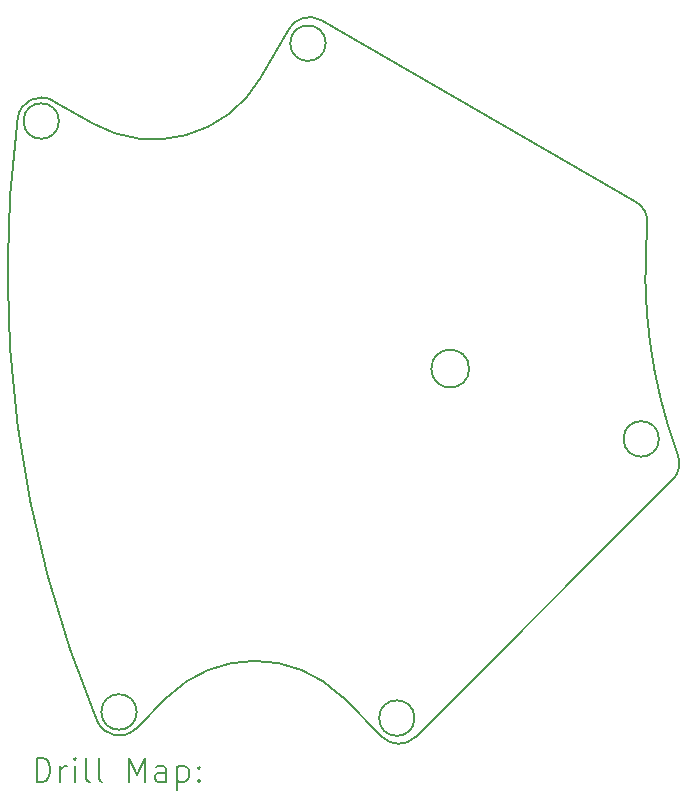
<source format=gbr>
%FSLAX45Y45*%
G04 Gerber Fmt 4.5, Leading zero omitted, Abs format (unit mm)*
G04 Created by KiCad (PCBNEW (6.0.5)) date 2023-02-27 23:38:15*
%MOMM*%
%LPD*%
G01*
G04 APERTURE LIST*
%TA.AperFunction,Profile*%
%ADD10C,0.200000*%
%TD*%
%ADD11C,0.200000*%
G04 APERTURE END LIST*
D10*
X11409673Y-7390691D02*
G75*
G03*
X11111438Y-7537492I-100003J-173179D01*
G01*
X16343988Y-8247616D02*
X13680868Y-6710072D01*
X11459692Y-7563863D02*
G75*
G03*
X11459692Y-7563863I-150000J0D01*
G01*
X13407668Y-6783272D02*
X13170154Y-7194657D01*
X11735865Y-7579005D02*
X11409671Y-7390694D01*
X14470622Y-12618822D02*
G75*
G03*
X14470622Y-12618822I-150000J0D01*
G01*
X14932918Y-9659822D02*
G75*
G03*
X14932918Y-9659822I-160000J0D01*
G01*
X12118357Y-12566924D02*
G75*
G03*
X12118357Y-12566924I-150000J0D01*
G01*
X13680870Y-6710069D02*
G75*
G03*
X13407668Y-6783272I-100000J-173201D01*
G01*
X13861001Y-12442045D02*
G75*
G03*
X12376078Y-12442045I-742461J-742465D01*
G01*
X11783717Y-12643694D02*
G75*
G03*
X12109778Y-12708345I184653J76724D01*
G01*
X11111435Y-7537492D02*
G75*
G03*
X11783684Y-12643708I9813535J-1305378D01*
G01*
X16443217Y-8438784D02*
G75*
G03*
X16343988Y-8247616I-199247J17914D01*
G01*
X11735865Y-7579005D02*
G75*
G03*
X13170154Y-7194657I524963J909348D01*
G01*
X14479721Y-12777920D02*
X16654135Y-10603487D01*
X12109778Y-12708345D02*
X12376078Y-12442045D01*
X14196878Y-12777919D02*
G75*
G03*
X14479721Y-12777920I141422J141420D01*
G01*
X13718373Y-6904923D02*
G75*
G03*
X13718373Y-6904923I-150000J0D01*
G01*
X13861002Y-12442044D02*
X14196878Y-12777919D01*
X16539795Y-10255112D02*
G75*
G03*
X16539795Y-10255112I-150000J0D01*
G01*
X16654133Y-10603485D02*
G75*
G03*
X16700480Y-10393173I-141363J141415D01*
G01*
X16443177Y-8438781D02*
G75*
G03*
X16700480Y-10393173I4481793J-404089D01*
G01*
D11*
X11272615Y-13156975D02*
X11272615Y-12956975D01*
X11320234Y-12956975D01*
X11348806Y-12966499D01*
X11367853Y-12985546D01*
X11377377Y-13004594D01*
X11386901Y-13042689D01*
X11386901Y-13071261D01*
X11377377Y-13109356D01*
X11367853Y-13128403D01*
X11348806Y-13147451D01*
X11320234Y-13156975D01*
X11272615Y-13156975D01*
X11472615Y-13156975D02*
X11472615Y-13023642D01*
X11472615Y-13061737D02*
X11482139Y-13042689D01*
X11491663Y-13033165D01*
X11510710Y-13023642D01*
X11529758Y-13023642D01*
X11596425Y-13156975D02*
X11596425Y-13023642D01*
X11596425Y-12956975D02*
X11586901Y-12966499D01*
X11596425Y-12976023D01*
X11605949Y-12966499D01*
X11596425Y-12956975D01*
X11596425Y-12976023D01*
X11720234Y-13156975D02*
X11701187Y-13147451D01*
X11691663Y-13128403D01*
X11691663Y-12956975D01*
X11824996Y-13156975D02*
X11805949Y-13147451D01*
X11796425Y-13128403D01*
X11796425Y-12956975D01*
X12053568Y-13156975D02*
X12053568Y-12956975D01*
X12120234Y-13099832D01*
X12186901Y-12956975D01*
X12186901Y-13156975D01*
X12367853Y-13156975D02*
X12367853Y-13052213D01*
X12358330Y-13033165D01*
X12339282Y-13023642D01*
X12301187Y-13023642D01*
X12282139Y-13033165D01*
X12367853Y-13147451D02*
X12348806Y-13156975D01*
X12301187Y-13156975D01*
X12282139Y-13147451D01*
X12272615Y-13128403D01*
X12272615Y-13109356D01*
X12282139Y-13090308D01*
X12301187Y-13080784D01*
X12348806Y-13080784D01*
X12367853Y-13071261D01*
X12463091Y-13023642D02*
X12463091Y-13223642D01*
X12463091Y-13033165D02*
X12482139Y-13023642D01*
X12520234Y-13023642D01*
X12539282Y-13033165D01*
X12548806Y-13042689D01*
X12558330Y-13061737D01*
X12558330Y-13118880D01*
X12548806Y-13137927D01*
X12539282Y-13147451D01*
X12520234Y-13156975D01*
X12482139Y-13156975D01*
X12463091Y-13147451D01*
X12644044Y-13137927D02*
X12653568Y-13147451D01*
X12644044Y-13156975D01*
X12634520Y-13147451D01*
X12644044Y-13137927D01*
X12644044Y-13156975D01*
X12644044Y-13033165D02*
X12653568Y-13042689D01*
X12644044Y-13052213D01*
X12634520Y-13042689D01*
X12644044Y-13033165D01*
X12644044Y-13052213D01*
M02*

</source>
